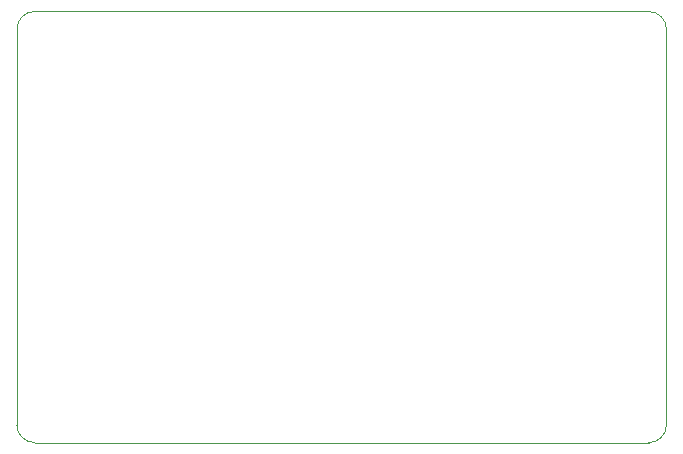
<source format=gbr>
%TF.GenerationSoftware,KiCad,Pcbnew,6.0.2-1.fc35*%
%TF.CreationDate,2022-05-08T19:10:55+02:00*%
%TF.ProjectId,LEDnode,4c45446e-6f64-4652-9e6b-696361645f70,rev?*%
%TF.SameCoordinates,Original*%
%TF.FileFunction,Profile,NP*%
%FSLAX46Y46*%
G04 Gerber Fmt 4.6, Leading zero omitted, Abs format (unit mm)*
G04 Created by KiCad (PCBNEW 6.0.2-1.fc35) date 2022-05-08 19:10:55*
%MOMM*%
%LPD*%
G01*
G04 APERTURE LIST*
%TA.AperFunction,Profile*%
%ADD10C,0.100000*%
%TD*%
G04 APERTURE END LIST*
D10*
X104000000Y-68500000D02*
X78000000Y-68500000D01*
X131500000Y-70000000D02*
G75*
G03*
X130000000Y-68500000I-1500001J-1D01*
G01*
X76500000Y-103500000D02*
G75*
G03*
X78000000Y-105000000I1500001J1D01*
G01*
X78000000Y-105000000D02*
X130000000Y-105000000D01*
X78000000Y-68500000D02*
G75*
G03*
X76500000Y-70000000I1J-1500001D01*
G01*
X76500000Y-70000000D02*
X76500000Y-103500000D01*
X131500000Y-103500000D02*
X131500000Y-70000000D01*
X130000000Y-105000000D02*
G75*
G03*
X131500000Y-103500000I-1J1500001D01*
G01*
X104000000Y-68500000D02*
X130000000Y-68500000D01*
M02*

</source>
